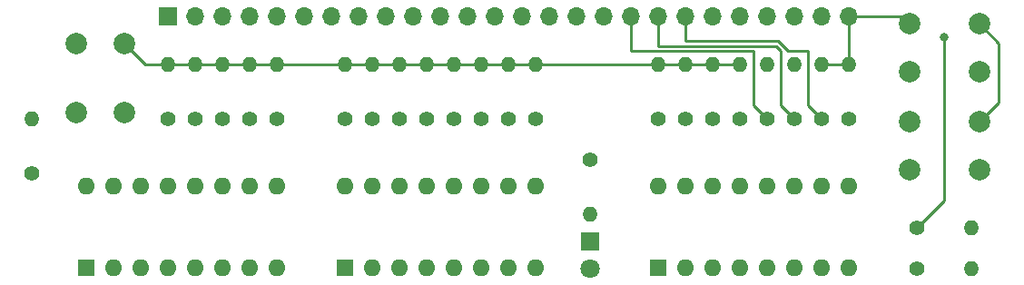
<source format=gbl>
%TF.GenerationSoftware,KiCad,Pcbnew,(6.0.9)*%
%TF.CreationDate,2025-06-07T15:03:12-04:00*%
%TF.ProjectId,DebugBoard,44656275-6742-46f6-9172-642e6b696361,1*%
%TF.SameCoordinates,Original*%
%TF.FileFunction,Copper,L2,Bot*%
%TF.FilePolarity,Positive*%
%FSLAX46Y46*%
G04 Gerber Fmt 4.6, Leading zero omitted, Abs format (unit mm)*
G04 Created by KiCad (PCBNEW (6.0.9)) date 2025-06-07 15:03:12*
%MOMM*%
%LPD*%
G01*
G04 APERTURE LIST*
%TA.AperFunction,ComponentPad*%
%ADD10C,1.400000*%
%TD*%
%TA.AperFunction,ComponentPad*%
%ADD11O,1.400000X1.400000*%
%TD*%
%TA.AperFunction,ComponentPad*%
%ADD12R,1.800000X1.800000*%
%TD*%
%TA.AperFunction,ComponentPad*%
%ADD13C,1.800000*%
%TD*%
%TA.AperFunction,ComponentPad*%
%ADD14C,2.000000*%
%TD*%
%TA.AperFunction,ComponentPad*%
%ADD15R,1.600000X1.600000*%
%TD*%
%TA.AperFunction,ComponentPad*%
%ADD16O,1.600000X1.600000*%
%TD*%
%TA.AperFunction,ComponentPad*%
%ADD17R,1.700000X1.700000*%
%TD*%
%TA.AperFunction,ComponentPad*%
%ADD18O,1.700000X1.700000*%
%TD*%
%TA.AperFunction,ViaPad*%
%ADD19C,0.800000*%
%TD*%
%TA.AperFunction,Conductor*%
%ADD20C,0.250000*%
%TD*%
G04 APERTURE END LIST*
D10*
%TO.P,R9,1*%
%TO.N,D2*%
X173980000Y-87630000D03*
D11*
%TO.P,R9,2*%
%TO.N,GND*%
X173980000Y-82550000D03*
%TD*%
D10*
%TO.P,R7,1*%
%TO.N,VCC*%
X185420000Y-101600000D03*
D11*
%TO.P,R7,2*%
%TO.N,WE'*%
X190500000Y-101600000D03*
%TD*%
D12*
%TO.P,D1,1,K*%
%TO.N,Net-(D1-Pad1)*%
X154940000Y-99060000D03*
D13*
%TO.P,D1,2,A*%
%TO.N,VCC*%
X154940000Y-101600000D03*
%TD*%
D14*
%TO.P,SW4,1,1*%
%TO.N,GND*%
X191210000Y-78760000D03*
X184710000Y-78760000D03*
%TO.P,SW4,2,2*%
%TO.N,WE'*%
X191210000Y-83260000D03*
X184710000Y-83260000D03*
%TD*%
D10*
%TO.P,R3,1*%
%TO.N,VCC*%
X185420000Y-97790000D03*
D11*
%TO.P,R3,2*%
%TO.N,OE'*%
X190500000Y-97790000D03*
%TD*%
D15*
%TO.P,SW2,1*%
%TO.N,unconnected-(SW2-Pad1)*%
X107930000Y-101557500D03*
D16*
%TO.P,SW2,2*%
%TO.N,unconnected-(SW2-Pad2)*%
X110470000Y-101557500D03*
%TO.P,SW2,3*%
%TO.N,unconnected-(SW2-Pad3)*%
X113010000Y-101557500D03*
%TO.P,SW2,4*%
%TO.N,VCC*%
X115550000Y-101557500D03*
%TO.P,SW2,5*%
X118090000Y-101557500D03*
%TO.P,SW2,6*%
X120630000Y-101557500D03*
%TO.P,SW2,7*%
X123170000Y-101557500D03*
%TO.P,SW2,8*%
X125710000Y-101557500D03*
%TO.P,SW2,9*%
%TO.N,A8*%
X125710000Y-93937500D03*
%TO.P,SW2,10*%
%TO.N,A9*%
X123170000Y-93937500D03*
%TO.P,SW2,11*%
%TO.N,A10*%
X120630000Y-93937500D03*
%TO.P,SW2,12*%
%TO.N,A11*%
X118090000Y-93937500D03*
%TO.P,SW2,13*%
%TO.N,A12*%
X115550000Y-93937500D03*
%TO.P,SW2,14*%
%TO.N,unconnected-(SW2-Pad14)*%
X113010000Y-93937500D03*
%TO.P,SW2,15*%
%TO.N,unconnected-(SW2-Pad15)*%
X110470000Y-93937500D03*
%TO.P,SW2,16*%
%TO.N,unconnected-(SW2-Pad16)*%
X107930000Y-93937500D03*
%TD*%
D10*
%TO.P,R1,1*%
%TO.N,D7*%
X161280000Y-87630000D03*
D11*
%TO.P,R1,2*%
%TO.N,GND*%
X161280000Y-82550000D03*
%TD*%
D17*
%TO.P,J1,1,Pin_1*%
%TO.N,A12*%
X115570000Y-78035000D03*
D18*
%TO.P,J1,2,Pin_2*%
%TO.N,A11*%
X118110000Y-78035000D03*
%TO.P,J1,3,Pin_3*%
%TO.N,A10*%
X120650000Y-78035000D03*
%TO.P,J1,4,Pin_4*%
%TO.N,A9*%
X123190000Y-78035000D03*
%TO.P,J1,5,Pin_5*%
%TO.N,A8*%
X125730000Y-78035000D03*
%TO.P,J1,6,Pin_6*%
%TO.N,A7*%
X128270000Y-78035000D03*
%TO.P,J1,7,Pin_7*%
%TO.N,A6*%
X130810000Y-78035000D03*
%TO.P,J1,8,Pin_8*%
%TO.N,A5*%
X133350000Y-78035000D03*
%TO.P,J1,9,Pin_9*%
%TO.N,A4*%
X135890000Y-78035000D03*
%TO.P,J1,10,Pin_10*%
%TO.N,A3*%
X138430000Y-78035000D03*
%TO.P,J1,11,Pin_11*%
%TO.N,A2*%
X140970000Y-78035000D03*
%TO.P,J1,12,Pin_12*%
%TO.N,A1*%
X143510000Y-78035000D03*
%TO.P,J1,13,Pin_13*%
%TO.N,A0*%
X146050000Y-78035000D03*
%TO.P,J1,14,Pin_14*%
%TO.N,D7*%
X148590000Y-78035000D03*
%TO.P,J1,15,Pin_15*%
%TO.N,D6*%
X151130000Y-78035000D03*
%TO.P,J1,16,Pin_16*%
%TO.N,D5*%
X153670000Y-78035000D03*
%TO.P,J1,17,Pin_17*%
%TO.N,D4*%
X156210000Y-78035000D03*
%TO.P,J1,18,Pin_18*%
%TO.N,D3*%
X158750000Y-78035000D03*
%TO.P,J1,19,Pin_19*%
%TO.N,D2*%
X161290000Y-78035000D03*
%TO.P,J1,20,Pin_20*%
%TO.N,D1*%
X163830000Y-78035000D03*
%TO.P,J1,21,Pin_21*%
%TO.N,D0*%
X166370000Y-78035000D03*
%TO.P,J1,22,Pin_22*%
%TO.N,WE'*%
X168910000Y-78035000D03*
%TO.P,J1,23,Pin_23*%
%TO.N,CE'*%
X171450000Y-78035000D03*
%TO.P,J1,24,Pin_24*%
%TO.N,OE'*%
X173990000Y-78035000D03*
%TO.P,J1,25,Pin_25*%
%TO.N,VCC*%
X176530000Y-78035000D03*
%TO.P,J1,26,Pin_26*%
%TO.N,GND*%
X179070000Y-78035000D03*
%TD*%
D10*
%TO.P,R13,1*%
%TO.N,A11*%
X118100000Y-87630000D03*
D11*
%TO.P,R13,2*%
%TO.N,GND*%
X118100000Y-82550000D03*
%TD*%
D10*
%TO.P,R21,1*%
%TO.N,A3*%
X142240000Y-87630000D03*
D11*
%TO.P,R21,2*%
%TO.N,GND*%
X142240000Y-82550000D03*
%TD*%
D10*
%TO.P,R25,1*%
%TO.N,GND*%
X154940000Y-91440000D03*
D11*
%TO.P,R25,2*%
%TO.N,Net-(D1-Pad1)*%
X154940000Y-96520000D03*
%TD*%
D10*
%TO.P,R14,1*%
%TO.N,A10*%
X120640000Y-87630000D03*
D11*
%TO.P,R14,2*%
%TO.N,GND*%
X120640000Y-82550000D03*
%TD*%
D14*
%TO.P,SW5,1,1*%
%TO.N,GND*%
X111470000Y-87070000D03*
X111470000Y-80570000D03*
%TO.P,SW5,2,2*%
%TO.N,CE'*%
X106970000Y-80570000D03*
X106970000Y-87070000D03*
%TD*%
D15*
%TO.P,SW3,1*%
%TO.N,VCC*%
X132070000Y-101557500D03*
D16*
%TO.P,SW3,2*%
X134610000Y-101557500D03*
%TO.P,SW3,3*%
X137150000Y-101557500D03*
%TO.P,SW3,4*%
X139690000Y-101557500D03*
%TO.P,SW3,5*%
X142230000Y-101557500D03*
%TO.P,SW3,6*%
X144770000Y-101557500D03*
%TO.P,SW3,7*%
X147310000Y-101557500D03*
%TO.P,SW3,8*%
X149850000Y-101557500D03*
%TO.P,SW3,9*%
%TO.N,A0*%
X149850000Y-93937500D03*
%TO.P,SW3,10*%
%TO.N,A1*%
X147310000Y-93937500D03*
%TO.P,SW3,11*%
%TO.N,A2*%
X144770000Y-93937500D03*
%TO.P,SW3,12*%
%TO.N,A3*%
X142230000Y-93937500D03*
%TO.P,SW3,13*%
%TO.N,A4*%
X139690000Y-93937500D03*
%TO.P,SW3,14*%
%TO.N,A5*%
X137150000Y-93937500D03*
%TO.P,SW3,15*%
%TO.N,A6*%
X134610000Y-93937500D03*
%TO.P,SW3,16*%
%TO.N,A7*%
X132070000Y-93937500D03*
%TD*%
D10*
%TO.P,R15,1*%
%TO.N,A9*%
X123180000Y-87630000D03*
D11*
%TO.P,R15,2*%
%TO.N,GND*%
X123180000Y-82550000D03*
%TD*%
D10*
%TO.P,R23,1*%
%TO.N,A1*%
X147310000Y-87630000D03*
D11*
%TO.P,R23,2*%
%TO.N,GND*%
X147310000Y-82550000D03*
%TD*%
D10*
%TO.P,R8,1*%
%TO.N,D3*%
X171440000Y-87630000D03*
D11*
%TO.P,R8,2*%
%TO.N,GND*%
X171440000Y-82550000D03*
%TD*%
D10*
%TO.P,R11,1*%
%TO.N,D0*%
X179060000Y-87630000D03*
D11*
%TO.P,R11,2*%
%TO.N,GND*%
X179060000Y-82550000D03*
%TD*%
D10*
%TO.P,R12,1*%
%TO.N,A12*%
X115560000Y-87630000D03*
D11*
%TO.P,R12,2*%
%TO.N,GND*%
X115560000Y-82550000D03*
%TD*%
D10*
%TO.P,R4,1*%
%TO.N,D5*%
X166360000Y-87630000D03*
D11*
%TO.P,R4,2*%
%TO.N,GND*%
X166360000Y-82550000D03*
%TD*%
D10*
%TO.P,R20,1*%
%TO.N,A4*%
X139690000Y-87630000D03*
D11*
%TO.P,R20,2*%
%TO.N,GND*%
X139690000Y-82550000D03*
%TD*%
D15*
%TO.P,SW1,1*%
%TO.N,VCC*%
X161270000Y-101557500D03*
D16*
%TO.P,SW1,2*%
X163810000Y-101557500D03*
%TO.P,SW1,3*%
X166350000Y-101557500D03*
%TO.P,SW1,4*%
X168890000Y-101557500D03*
%TO.P,SW1,5*%
X171430000Y-101557500D03*
%TO.P,SW1,6*%
X173970000Y-101557500D03*
%TO.P,SW1,7*%
X176510000Y-101557500D03*
%TO.P,SW1,8*%
X179050000Y-101557500D03*
%TO.P,SW1,9*%
%TO.N,D0*%
X179050000Y-93937500D03*
%TO.P,SW1,10*%
%TO.N,D1*%
X176510000Y-93937500D03*
%TO.P,SW1,11*%
%TO.N,D2*%
X173970000Y-93937500D03*
%TO.P,SW1,12*%
%TO.N,D3*%
X171430000Y-93937500D03*
%TO.P,SW1,13*%
%TO.N,D4*%
X168890000Y-93937500D03*
%TO.P,SW1,14*%
%TO.N,D5*%
X166350000Y-93937500D03*
%TO.P,SW1,15*%
%TO.N,D6*%
X163810000Y-93937500D03*
%TO.P,SW1,16*%
%TO.N,D7*%
X161270000Y-93937500D03*
%TD*%
D10*
%TO.P,R24,1*%
%TO.N,A0*%
X149850000Y-87630000D03*
D11*
%TO.P,R24,2*%
%TO.N,GND*%
X149850000Y-82550000D03*
%TD*%
D10*
%TO.P,R22,1*%
%TO.N,A2*%
X144780000Y-87630000D03*
D11*
%TO.P,R22,2*%
%TO.N,GND*%
X144780000Y-82550000D03*
%TD*%
D10*
%TO.P,R2,1*%
%TO.N,D6*%
X163820000Y-87630000D03*
D11*
%TO.P,R2,2*%
%TO.N,GND*%
X163820000Y-82550000D03*
%TD*%
D10*
%TO.P,R5,1*%
%TO.N,VCC*%
X102870000Y-92710000D03*
D11*
%TO.P,R5,2*%
%TO.N,CE'*%
X102870000Y-87630000D03*
%TD*%
D10*
%TO.P,R18,1*%
%TO.N,A6*%
X134610000Y-87630000D03*
D11*
%TO.P,R18,2*%
%TO.N,GND*%
X134610000Y-82550000D03*
%TD*%
D10*
%TO.P,R17,1*%
%TO.N,A7*%
X132080000Y-87630000D03*
D11*
%TO.P,R17,2*%
%TO.N,GND*%
X132080000Y-82550000D03*
%TD*%
D10*
%TO.P,R6,1*%
%TO.N,D4*%
X168900000Y-87630000D03*
D11*
%TO.P,R6,2*%
%TO.N,GND*%
X168900000Y-82550000D03*
%TD*%
D10*
%TO.P,R10,1*%
%TO.N,D1*%
X176530000Y-87630000D03*
D11*
%TO.P,R10,2*%
%TO.N,GND*%
X176530000Y-82550000D03*
%TD*%
D14*
%TO.P,SW6,1,1*%
%TO.N,GND*%
X191210000Y-87920000D03*
X184710000Y-87920000D03*
%TO.P,SW6,2,2*%
%TO.N,OE'*%
X184710000Y-92420000D03*
X191210000Y-92420000D03*
%TD*%
D10*
%TO.P,R19,1*%
%TO.N,A5*%
X137150000Y-87630000D03*
D11*
%TO.P,R19,2*%
%TO.N,GND*%
X137150000Y-82550000D03*
%TD*%
D10*
%TO.P,R16,1*%
%TO.N,A8*%
X125720000Y-87630000D03*
D11*
%TO.P,R16,2*%
%TO.N,GND*%
X125720000Y-82550000D03*
%TD*%
D19*
%TO.N,VCC*%
X187960000Y-80010000D03*
%TD*%
D20*
%TO.N,GND*%
X132080000Y-82550000D02*
X134610000Y-82550000D01*
X144780000Y-82550000D02*
X147310000Y-82550000D01*
X118100000Y-82550000D02*
X120640000Y-82550000D01*
X134610000Y-82550000D02*
X137150000Y-82550000D01*
X113450000Y-82550000D02*
X115560000Y-82550000D01*
X137150000Y-82550000D02*
X139690000Y-82550000D01*
X166360000Y-82550000D02*
X168900000Y-82550000D01*
X123180000Y-82550000D02*
X125720000Y-82550000D01*
X179060000Y-82550000D02*
X176530000Y-82550000D01*
X193040000Y-86090000D02*
X191210000Y-87920000D01*
X183985000Y-78035000D02*
X184710000Y-78760000D01*
X161280000Y-82550000D02*
X163820000Y-82550000D01*
X179070000Y-78035000D02*
X183985000Y-78035000D01*
X139690000Y-82550000D02*
X142240000Y-82550000D01*
X147310000Y-82550000D02*
X149850000Y-82550000D01*
X120640000Y-82550000D02*
X123180000Y-82550000D01*
X163820000Y-82550000D02*
X166360000Y-82550000D01*
X179070000Y-82540000D02*
X179060000Y-82550000D01*
X115560000Y-82550000D02*
X118100000Y-82550000D01*
X142240000Y-82550000D02*
X144780000Y-82550000D01*
X149850000Y-82550000D02*
X161280000Y-82550000D01*
X125720000Y-82550000D02*
X132080000Y-82550000D01*
X193040000Y-80590000D02*
X193040000Y-86090000D01*
X191210000Y-78760000D02*
X193040000Y-80590000D01*
X111470000Y-80570000D02*
X113450000Y-82550000D01*
X179070000Y-78035000D02*
X179070000Y-82540000D01*
%TO.N,VCC*%
X187960000Y-95250000D02*
X185420000Y-97790000D01*
X187960000Y-80010000D02*
X187960000Y-95250000D01*
%TO.N,D3*%
X158750000Y-78035000D02*
X158750000Y-81280000D01*
X158750000Y-81280000D02*
X170180000Y-81280000D01*
X170180000Y-81280000D02*
X170180000Y-86370000D01*
X170180000Y-86370000D02*
X171440000Y-87630000D01*
%TO.N,D2*%
X161290000Y-78035000D02*
X161290000Y-80830000D01*
X172270000Y-80830000D02*
X172720000Y-81280000D01*
X172720000Y-86370000D02*
X173980000Y-87630000D01*
X172720000Y-81280000D02*
X172720000Y-86370000D01*
X161290000Y-80830000D02*
X172270000Y-80830000D01*
%TO.N,D1*%
X175260000Y-81280000D02*
X175260000Y-86360000D01*
X172456396Y-80380000D02*
X173356396Y-81280000D01*
X175260000Y-86360000D02*
X176530000Y-87630000D01*
X163830000Y-78035000D02*
X163830000Y-80380000D01*
X173356396Y-81280000D02*
X175260000Y-81280000D01*
X163830000Y-80380000D02*
X172456396Y-80380000D01*
%TD*%
M02*

</source>
